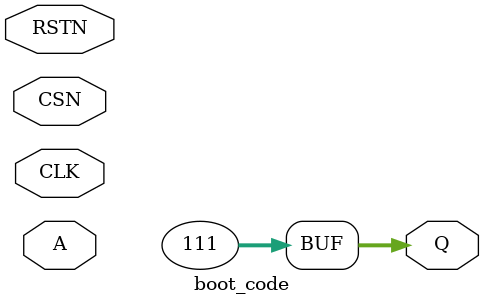
<source format=sv>

module boot_code
(
    input  logic        CLK,
    input  logic        RSTN,

    input  logic        CSN,
    input  logic [9:0]  A,
    output logic [31:0] Q
  );


  assign Q = 32'h0000006f; //jal x0,0
  /*const logic [0:547] [31:0] mem = {
    32'h00000013,
    32'h00000013,
    32'h00000013,
    32'h00000013,
    32'h00000013,
    32'h00000013,
    32'h00000013,
    32'h00000013,
    32'h00000013,
    32'h00000013,
    32'h00000013,
    32'h00000013,
    32'h00000013,
    32'h00000013,
    32'h00000013,
    32'h00000013,
    32'h00000013,
    32'h00000013,
    32'h00000013,
    32'h00000013,
    32'h00000013,
    32'h00000013,
    32'h00000013,
    32'h00000013,
    32'h00000013,
    32'h00000013,
    32'h00000013,
    32'h00000013,
    32'h00000013,
    32'h00000013,
    32'h00000013,
    32'h0100006F,
    32'h0100006F,
    32'h0080006F,
    32'h0040006F,
    32'h0000006F,
    32'h00000093,
    32'h00008113,
    32'h00008193,
    32'h00008213,
    32'h00008293,
    32'h00008313,
    32'h00008393,
    32'h00008413,
    32'h00008493,
    32'h00008513,
    32'h00008593,
    32'h00008613,
    32'h00008693,
    32'h00008713,
    32'h00008793,
    32'h00008813,
    32'h00008893,
    32'h00008913,
    32'h00008993,
    32'h00008A13,
    32'h00008A93,
    32'h00008B13,
    32'h00008B93,
    32'h00008C13,
    32'h00008C93,
    32'h00008D13,
    32'h00008D93,
    32'h00008E13,
    32'h00008E93,
    32'h00008F13,
    32'h00008F93,
    32'h00100117,
    32'hEF410113,
    32'h00000D17,
    32'h7F8D0D13,
    32'h00000D97,
    32'h7F0D8D93,
    32'h01BD5863,
    32'h000D2023,
    32'h004D0D13,
    32'hFFADDCE3,
    32'h00000513,
    32'h00000593,
    32'h072000EF,
    32'h00000000,
    32'h00000000,
    32'h00000000,
    32'h00000000,
    32'h46811101,
    32'h45A14601,
    32'h09F00513,
    32'h00EFCE06,
    32'h05133620,
    32'h00EF0400,
    32'h45813B60,
    32'h00EF4501,
    32'h45813960,
    32'h00EF4501,
    32'h00283DE0,
    32'h04000593,
    32'h420000EF,
    32'h55134722,
    32'h157D0187,
    32'hDE8717B3,
    32'h21900713,
    32'h00A03533,
    32'h00E78863,
    32'h07616709,
    32'h37B38F99,
    32'h953E00F0,
    32'h610540F2,
    32'h715D8082,
    32'hC6864505,
    32'hC2A6C4A2,
    32'hDE4EC0CA,
    32'hDA56DC52,
    32'hD65ED85A,
    32'hD266D462,
    32'h00EFD06A,
    32'h458525A0,
    32'h00EF4501,
    32'h67854460,
    32'hBB878793,
    32'h0037C0FB,
    32'h00010001,
    32'h27B74711,
    32'hC3D81A10,
    32'hF65FF0EF,
    32'h8537C911,
    32'h05930000,
    32'h05130240,
    32'h00EF7185,
    32'hA0014760,
    32'h00008537,
    32'h051345C5,
    32'h00EF7405,
    32'h45A14660,
    32'h46014681,
    32'h00EF4519,
    32'h45012A60,
    32'h2FC000EF,
    32'h45054581,
    32'h32C000EF,
    32'h358000EF,
    32'h10055433,
    32'hFE143CE3,
    32'h80000637,
    32'h069345A1,
    32'h06130200,
    32'h05133486,
    32'h00EF0710,
    32'h45012760,
    32'h2CC000EF,
    32'h85224581,
    32'h2FC000EF,
    32'h328000EF,
    32'h10055533,
    32'hFE153CE3,
    32'h45214581,
    32'h298000EF,
    32'h02000693,
    32'h45A14601,
    32'h0EB00513,
    32'h244000EF,
    32'h10000513,
    32'h298000EF,
    32'h45094581,
    32'h2C8000EF,
    32'h10000593,
    32'h00EF850A,
    32'h853730A0,
    32'h45D50000,
    32'h75450513,
    32'h49024CB2,
    32'h44C24C12,
    32'h4B724AD2,
    32'h3C4000EF,
    32'h45214581,
    32'h24C000EF,
    32'h07905E63,
    32'h49816421,
    32'h412C0C33,
    32'h00008BB7,
    32'h7B040413,
    32'h00008A37,
    32'h16136D05,
    32'h06930089,
    32'h45A10200,
    32'h0EB00513,
    32'h1DC000EF,
    32'h00EF6521,
    32'h45812320,
    32'h00EF4509,
    32'h05332620,
    32'h65A1012C,
    32'h2A4000EF,
    32'h85134599,
    32'h00EF76CB,
    32'hD51336E0,
    32'h45850049,
    32'h00EF9522,
    32'hB5333620,
    32'h4585F649,
    32'h00EF9522,
    32'h09853560,
    32'h05134599,
    32'h00EF774A,
    32'h996A34A0,
    32'h388000EF,
    32'hFB3C91E3,
    32'h24C000EF,
    32'h10055533,
    32'hFE153CE3,
    32'h00008537,
    32'h051345B5,
    32'h00EF77C5,
    32'h00EF3260,
    32'h45813660,
    32'h00EF4521,
    32'h5E631AA0,
    32'h64210760,
    32'h409A89B3,
    32'h8BB74901,
    32'h04130000,
    32'h8A377B04,
    32'h6A850000,
    32'h00849613,
    32'h02000693,
    32'h051345A1,
    32'h00EF0EB0,
    32'h652113A0,
    32'h190000EF,
    32'h45094581,
    32'h1C0000EF,
    32'h00998533,
    32'h00EF65A1,
    32'h45992020,
    32'h76CB8513,
    32'h2CC000EF,
    32'h00495513,
    32'h95224585,
    32'h2C0000EF,
    32'hF6493533,
    32'h95224585,
    32'h2B4000EF,
    32'h45990905,
    32'h774A0513,
    32'h2A8000EF,
    32'h00EF94D6,
    32'h11E32E60,
    32'h8537FB2B,
    32'h05930000,
    32'h05130220,
    32'h00EF78C5,
    32'h00EF28E0,
    32'h77B72CE0,
    32'hA4231A10,
    32'h07930007,
    32'h80670800,
    32'h00010007,
    32'h00010001,
    32'h450140B6,
    32'h44964426,
    32'h59F24906,
    32'h5AD25A62,
    32'h5BB25B42,
    32'h5C925C22,
    32'h61615D02,
    32'h00008082,
    32'hFF010113,
    32'h00812423,
    32'h00000593,
    32'h00050413,
    32'h00F00513,
    32'h00112623,
    32'h294000EF,
    32'h00000593,
    32'h00E00513,
    32'h288000EF,
    32'h00000593,
    32'h00D00513,
    32'h27C000EF,
    32'h00000593,
    32'h00C00513,
    32'h270000EF,
    32'h04805663,
    32'h00000593,
    32'h01000513,
    32'h260000EF,
    32'h02142E63,
    32'h00000593,
    32'h00B00513,
    32'h250000EF,
    32'h02242663,
    32'h00000593,
    32'h00000513,
    32'h240000EF,
    32'h00342E63,
    32'h00C12083,
    32'h00812403,
    32'h00000593,
    32'h00100513,
    32'h01010113,
    32'h2240006F,
    32'h00C12083,
    32'h00812403,
    32'h01010113,
    32'h00008067,
    32'h00004837,
    32'hF0080813,
    32'h00869693,
    32'h02000713,
    32'h1A1027B7,
    32'h40B70733,
    32'h0106F6B3,
    32'hF265B5B3,
    32'h00E51533,
    32'h00878813,
    32'h00C78713,
    32'h00B6E5B3,
    32'h01078793,
    32'h00A82023,
    32'h00C72023,
    32'h00B7A023,
    32'h00008067,
    32'h01059593,
    32'h10055533,
    32'h00A5E5B3,
    32'h1A1027B7,
    32'h00B7AA23,
    32'h00008067,
    32'h1A102737,
    32'h01070713,
    32'h00072783,
    32'hFF010113,
    32'h00F12623,
    32'h00C12783,
    32'h1007D7B3,
    32'h01051513,
    32'h00F56533,
    32'h00A12623,
    32'h00C12783,
    32'h00F72023,
    32'h01010113,
    32'h00008067,
    32'h00100793,
    32'h00858593,
    32'h00B795B3,
    32'h00A79533,
    32'h000017B7,
    32'hF0078793,
    32'h00F5F5B3,
    32'hEE853533,
    32'h00A5E533,
    32'h1A1027B7,
    32'h00A7A023,
    32'h00008067,
    32'h1A1027B7,
    32'h0007A783,
    32'hFF010113,
    32'h00F12623,
    32'h00C12503,
    32'h01010113,
    32'h00008067,
    32'hD45597B3,
    32'hFF010113,
    32'hF455B5B3,
    32'h00F12423,
    32'h00058863,
    32'h00812783,
    32'h00178793,
    32'h00F12423,
    32'h00012623,
    32'h00C12683,
    32'h1A102737,
    32'h00812783,
    32'h02070813,
    32'h02F6DE63,
    32'h00072783,
    32'hCF0797B3,
    32'hFE078CE3,
    32'h00C12783,
    32'h00082583,
    32'h00C12683,
    32'h00168693,
    32'h00D12623,
    32'h01010613,
    32'h00279793,
    32'hFFC62603,
    32'h00812683,
    32'h00B567A3,
    32'hFCD646E3,
    32'h01010113,
    32'h00008067,
    32'h1A107737,
    32'h00470713,
    32'h00072603,
    32'h1A1007B7,
    32'hC0164633,
    32'h00C72023,
    32'h00478693,
    32'h00C78513,
    32'h0085D813,
    32'h08300713,
    32'h0FF5F593,
    32'h00E52023,
    32'h0106A023,
    32'h0A700713,
    32'h00B7A42B,
    32'h00E7A023,
    32'h00300793,
    32'h00F52023,
    32'h0006A783,
    32'h0F07F793,
    32'hC017C7B3,
    32'h00F6A023,
    32'h00008067,
    32'h1A100737,
    32'h01470713,
    32'h02058863,
    32'h04000693,
    32'h00072783,
    32'h0207F793,
    32'hFE078CE3,
    32'h0015460B,
    32'h1A1007B7,
    32'hFFF58593,
    32'h00C7A023,
    32'hFFF68693,
    32'h00069663,
    32'hFC059CE3,
    32'h00008067,
    32'hFC059AE3,
    32'h00008067,
    32'h1A100737,
    32'h01470713,
    32'h00072783,
    32'h0407F793,
    32'hFE078CE3,
    32'h00008067,
    32'h1A1076B7,
    32'h0006A783,
    32'hFF010113,
    32'h00F12623,
    32'h00100793,
    32'h00A797B3,
    32'h00C12703,
    32'hFFF7C793,
    32'h00E7F7B3,
    32'h00F12623,
    32'h00C12783,
    32'h00A595B3,
    32'h00F5E533,
    32'h00A12623,
    32'h00C12783,
    32'h00F6A023,
    32'h01010113,
    32'h00008067,
    32'h4F525245,
    32'h53203A52,
    32'h736E6170,
    32'h206E6F69,
    32'h20495053,
    32'h73616C66,
    32'h6F6E2068,
    32'h6F662074,
    32'h0A646E75,
    32'h00000000,
    32'h64616F4C,
    32'h20676E69,
    32'h6D6F7266,
    32'h49505320,
    32'h0000000A,
    32'h79706F43,
    32'h20676E69,
    32'h74736E49,
    32'h74637572,
    32'h736E6F69,
    32'h0000000A,
    32'h636F6C42,
    32'h0000206B,
    32'h6E6F6420,
    32'h00000A65,
    32'h79706F43,
    32'h20676E69,
    32'h61746144,
    32'h0000000A,
    32'h656E6F44,
    32'h756A202C,
    32'h6E69706D,
    32'h6F742067,
    32'h736E4920,
    32'h63757274,
    32'h6E6F6974,
    32'h4D415220,
    32'h00000A2E,
    32'h33323130,
    32'h37363534,
    32'h42413938,
    32'h46454443,
    32'h00000010,
    32'h00000000,
    32'h00527A01,
    32'h01010401,
    32'h00020D1B,
    32'h00000014,
    32'h00000018,
    32'hFFFFF974,
    32'h0000005E,
    32'h200E4200,
    32'h7F01114C,
    32'h00000038,
    32'h00000030,
    32'hFFFFF9BA,
    32'h00000274,
    32'h500E4200,
    32'h7F01115A,
    32'h117E0811,
    32'h12117D09,
    32'h7B13117C,
    32'h117A1411,
    32'h16117915,
    32'h77171178,
    32'h11761811,
    32'h1A117519,
    32'h00000074,
    32'h00000018,
    32'h0000006C,
    32'hFFFFFBF4,
    32'h0000009C,
    32'h100E4400,
    32'h7E081148,
    32'h7F01114C,
    32'h00000010,
    32'h00000088,
    32'hFFFFFC74,
    32'h00000044,
    32'h00000000,
    32'h00000010,
    32'h0000009C,
    32'hFFFFFCA4,
    32'h00000018,
    32'h00000000,
    32'h00000010,
    32'h000000B0,
    32'hFFFFFCA8,
    32'h00000038,
    32'h100E5000,
    32'h00000010,
    32'h000000C4,
    32'hFFFFFCCC,
    32'h00000030};

  logic [9:0] A_Q;

  always_ff @(posedge CLK, negedge RSTN)
  begin
    if (~RSTN)
      A_Q <= '0;
    else
      if (~CSN)
        A_Q <= A;
  end

  assign Q = mem[A_Q];*/

endmodule

</source>
